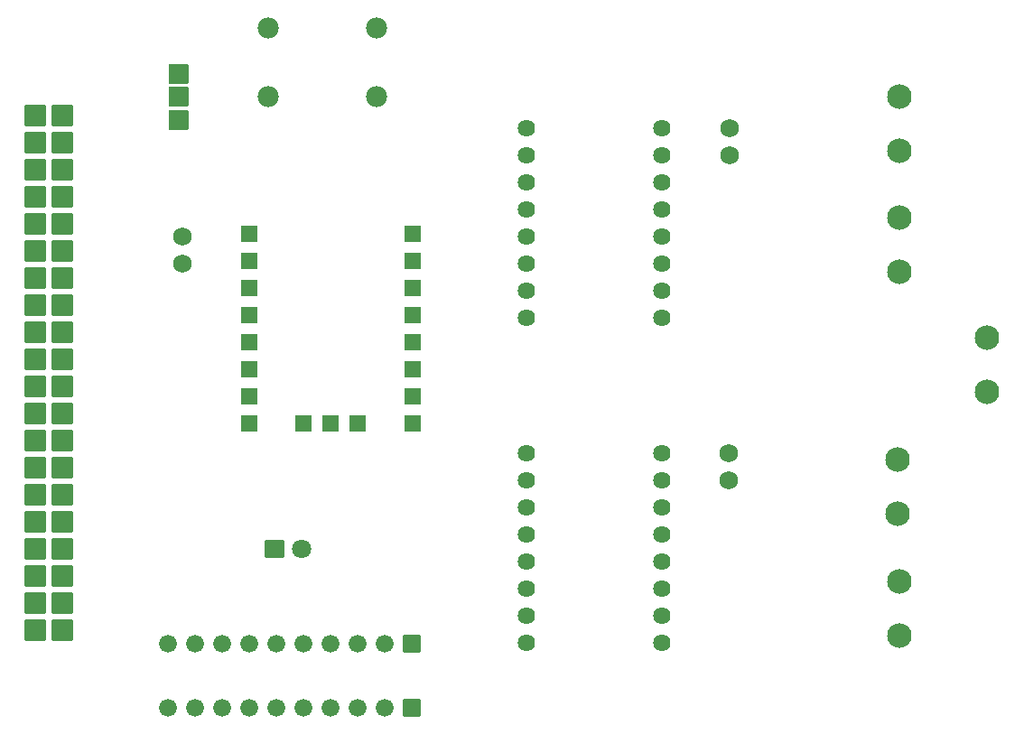
<source format=gbs>
G04 Layer: BottomSolderMaskLayer*
G04 EasyEDA v6.5.39, 2024-01-03 13:03:29*
G04 bec576337b18403e98965192822aaada,83f36b9c27a349adb8e694642aa6770b,10*
G04 Gerber Generator version 0.2*
G04 Scale: 100 percent, Rotated: No, Reflected: No *
G04 Dimensions in millimeters *
G04 leading zeros omitted , absolute positions ,4 integer and 5 decimal *
%FSLAX45Y45*%
%MOMM*%

%AMMACRO1*1,1,$1,$2,$3*1,1,$1,$4,$5*1,1,$1,0-$2,0-$3*1,1,$1,0-$4,0-$5*20,1,$1,$2,$3,$4,$5,0*20,1,$1,$4,$5,0-$2,0-$3,0*20,1,$1,0-$2,0-$3,0-$4,0-$5,0*20,1,$1,0-$4,0-$5,$2,$3,0*4,1,4,$2,$3,$4,$5,0-$2,0-$3,0-$4,0-$5,$2,$3,0*%
%ADD10C,1.9812*%
%ADD11C,2.3016*%
%ADD12C,1.6764*%
%ADD13MACRO1,0.1016X0.7874X-0.7874X-0.7874X-0.7874*%
%ADD14MACRO1,0.02X-0.75X0.75X0.75X0.75*%
%ADD15MACRO1,0.1016X-0.85X0.7874X0.85X0.7874*%
%ADD16C,1.8016*%
%ADD17MACRO1,0.2032X0.8382X0.8382X0.8382X-0.8382*%
%ADD18C,1.7272*%
%ADD19MACRO1,0.1016X0.9398X0.9398X0.9398X-0.9398*%
%ADD20C,1.6256*%

%LPD*%
D10*
G01*
X4102100Y-825500D03*
G01*
X5118100Y-825500D03*
D11*
G01*
X10020300Y-1981200D03*
G01*
X10020300Y-1473200D03*
G01*
X10020300Y-3111500D03*
G01*
X10020300Y-2603500D03*
G01*
X10007600Y-5384800D03*
G01*
X10007600Y-4876800D03*
G01*
X10020300Y-6527800D03*
G01*
X10020300Y-6019800D03*
D12*
G01*
X3162300Y-6604000D03*
G01*
X3416300Y-6604000D03*
G01*
X3670300Y-6604000D03*
G01*
X3924300Y-6604000D03*
G01*
X4178300Y-6604000D03*
G01*
X4432300Y-6604000D03*
G01*
X4686300Y-6604000D03*
G01*
X4940300Y-6604000D03*
G01*
X5194300Y-6604000D03*
D13*
G01*
X5448300Y-6604000D03*
D12*
G01*
X3162300Y-7200900D03*
G01*
X3416300Y-7200900D03*
G01*
X3670300Y-7200900D03*
G01*
X3924300Y-7200900D03*
G01*
X4178300Y-7200900D03*
G01*
X4432300Y-7200900D03*
G01*
X4686300Y-7200900D03*
G01*
X4940300Y-7200900D03*
G01*
X5194300Y-7200900D03*
D13*
G01*
X5448300Y-7200900D03*
D14*
G01*
X3924300Y-2755900D03*
G01*
X3924300Y-3009900D03*
G01*
X3924300Y-3263900D03*
G01*
X3924300Y-3517900D03*
G01*
X3924300Y-3771900D03*
G01*
X3924300Y-4025900D03*
G01*
X3924300Y-4279900D03*
G01*
X3924300Y-4533900D03*
G01*
X5461000Y-4533900D03*
G01*
X5461000Y-4279900D03*
G01*
X5461000Y-4025900D03*
G01*
X5461000Y-3771900D03*
G01*
X5461000Y-3517900D03*
G01*
X5461000Y-3263900D03*
G01*
X5461000Y-3009900D03*
G01*
X5461000Y-2755900D03*
G01*
X4432300Y-4533900D03*
G01*
X4686300Y-4533900D03*
G01*
X4940300Y-4533900D03*
D15*
G01*
X4165601Y-5715000D03*
D16*
G01*
X4419600Y-5715000D03*
D17*
G01*
X3263910Y-1257302D03*
G01*
X3263910Y-1473202D03*
G01*
X3263910Y-1689102D03*
D11*
G01*
X10845800Y-4241800D03*
G01*
X10845800Y-3733800D03*
D18*
G01*
X3302000Y-2781300D03*
G01*
X3302000Y-3035300D03*
G01*
X8432800Y-1765300D03*
G01*
X8432800Y-2019300D03*
G01*
X8420100Y-4813300D03*
G01*
X8420100Y-5067300D03*
D19*
G01*
X1917700Y-1651000D03*
G01*
X2171700Y-1651000D03*
G01*
X1917700Y-1905000D03*
G01*
X2171700Y-1905000D03*
G01*
X1917700Y-2159000D03*
G01*
X2171700Y-2159000D03*
G01*
X1917700Y-2413000D03*
G01*
X2171700Y-2413000D03*
G01*
X1917700Y-2667000D03*
G01*
X2171700Y-2667000D03*
G01*
X1917700Y-2921000D03*
G01*
X2171700Y-2921000D03*
G01*
X1917700Y-3175000D03*
G01*
X2171700Y-3175000D03*
G01*
X1917700Y-3429000D03*
G01*
X2171700Y-3429000D03*
G01*
X1917700Y-3683000D03*
G01*
X2171700Y-3683000D03*
G01*
X1917700Y-3937000D03*
G01*
X2171700Y-3937000D03*
G01*
X1917700Y-4191000D03*
G01*
X2171700Y-4191000D03*
G01*
X1917700Y-4445000D03*
G01*
X2171700Y-4445000D03*
G01*
X1917700Y-4699000D03*
G01*
X2171700Y-4699000D03*
G01*
X1917700Y-4953000D03*
G01*
X2171700Y-4953000D03*
G01*
X1917700Y-5207000D03*
G01*
X2171700Y-5207000D03*
G01*
X1917700Y-5461000D03*
G01*
X2171700Y-5461000D03*
G01*
X1917700Y-5715000D03*
G01*
X2171700Y-5715000D03*
G01*
X1917700Y-5969000D03*
G01*
X2171700Y-5969000D03*
G01*
X1917700Y-6223000D03*
G01*
X2171700Y-6223000D03*
G01*
X1917700Y-6477000D03*
G01*
X2171700Y-6477000D03*
D10*
G01*
X4102100Y-1473200D03*
G01*
X5118100Y-1473200D03*
D20*
G01*
X7797800Y-2273300D03*
G01*
X7797800Y-2019300D03*
G01*
X7797800Y-1765300D03*
G01*
X7797800Y-2527300D03*
G01*
X7797800Y-2781300D03*
G01*
X7797800Y-3035300D03*
G01*
X7797800Y-3289300D03*
G01*
X7797800Y-3543300D03*
G01*
X6527800Y-3543300D03*
G01*
X6527800Y-3289300D03*
G01*
X6527800Y-3035300D03*
G01*
X6527800Y-2781300D03*
G01*
X6527800Y-2527300D03*
G01*
X6527800Y-2273300D03*
G01*
X6527800Y-2019300D03*
G01*
X6527800Y-1765300D03*
G01*
X7797800Y-5321300D03*
G01*
X7797800Y-5067300D03*
G01*
X7797800Y-4813300D03*
G01*
X7797800Y-5575300D03*
G01*
X7797800Y-5829300D03*
G01*
X7797800Y-6083300D03*
G01*
X7797800Y-6337300D03*
G01*
X7797800Y-6591300D03*
G01*
X6527800Y-6591300D03*
G01*
X6527800Y-6337300D03*
G01*
X6527800Y-6083300D03*
G01*
X6527800Y-5829300D03*
G01*
X6527800Y-5575300D03*
G01*
X6527800Y-5321300D03*
G01*
X6527800Y-5067300D03*
G01*
X6527800Y-4813300D03*
M02*

</source>
